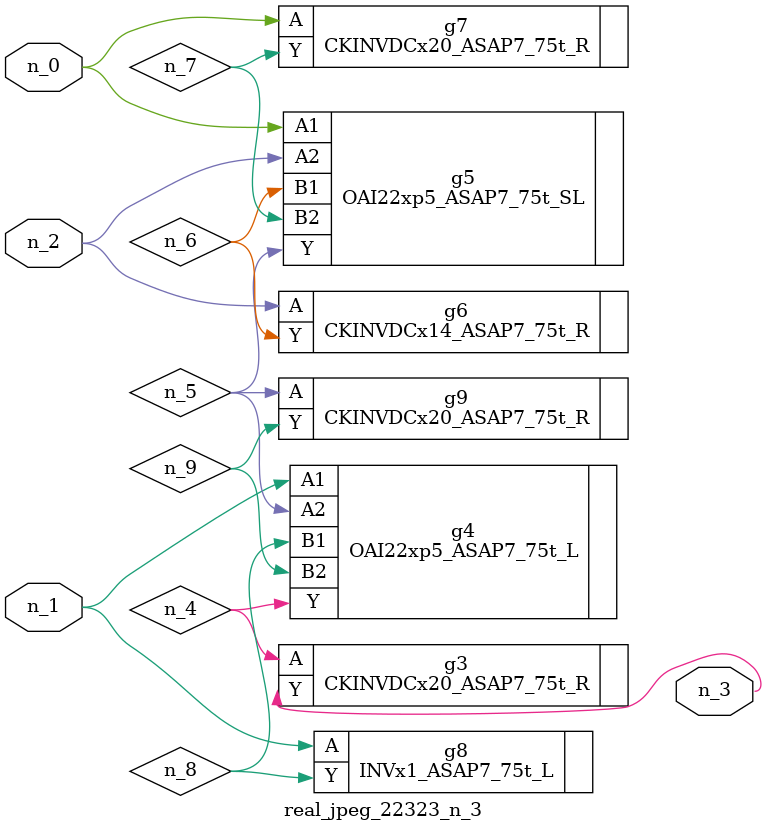
<source format=v>
module real_jpeg_22323_n_3 (n_1, n_0, n_2, n_3);

input n_1;
input n_0;
input n_2;

output n_3;

wire n_5;
wire n_8;
wire n_4;
wire n_6;
wire n_7;
wire n_9;

OAI22xp5_ASAP7_75t_SL g5 ( 
.A1(n_0),
.A2(n_2),
.B1(n_6),
.B2(n_7),
.Y(n_5)
);

CKINVDCx20_ASAP7_75t_R g7 ( 
.A(n_0),
.Y(n_7)
);

OAI22xp5_ASAP7_75t_L g4 ( 
.A1(n_1),
.A2(n_5),
.B1(n_8),
.B2(n_9),
.Y(n_4)
);

INVx1_ASAP7_75t_L g8 ( 
.A(n_1),
.Y(n_8)
);

CKINVDCx14_ASAP7_75t_R g6 ( 
.A(n_2),
.Y(n_6)
);

CKINVDCx20_ASAP7_75t_R g3 ( 
.A(n_4),
.Y(n_3)
);

CKINVDCx20_ASAP7_75t_R g9 ( 
.A(n_5),
.Y(n_9)
);


endmodule
</source>
